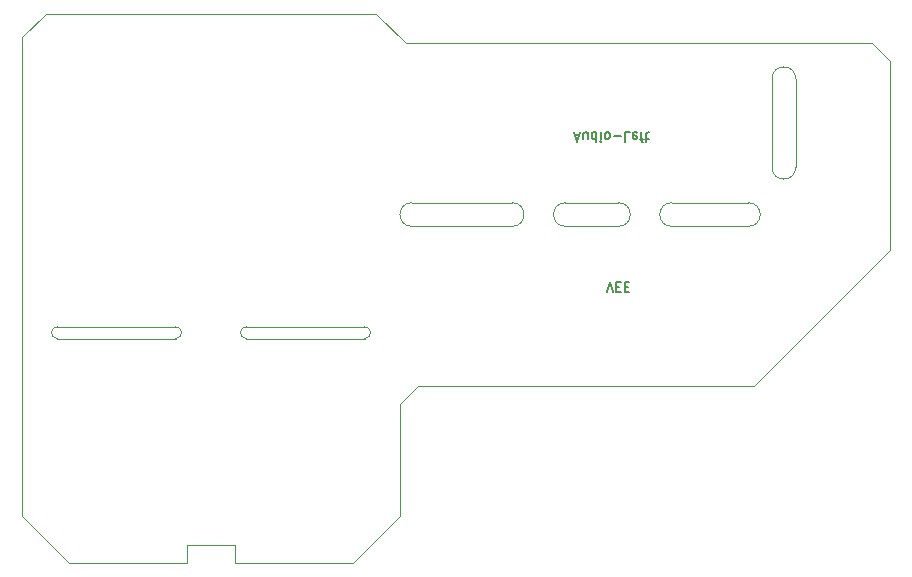
<source format=gbr>
%TF.GenerationSoftware,KiCad,Pcbnew,(5.1.9)-1*%
%TF.CreationDate,2021-03-12T00:34:36-05:00*%
%TF.ProjectId,SummingBoard,53756d6d-696e-4674-926f-6172642e6b69,rev?*%
%TF.SameCoordinates,Original*%
%TF.FileFunction,Legend,Bot*%
%TF.FilePolarity,Positive*%
%FSLAX46Y46*%
G04 Gerber Fmt 4.6, Leading zero omitted, Abs format (unit mm)*
G04 Created by KiCad (PCBNEW (5.1.9)-1) date 2021-03-12 00:34:36*
%MOMM*%
%LPD*%
G01*
G04 APERTURE LIST*
%ADD10C,0.150000*%
%TA.AperFunction,Profile*%
%ADD11C,0.050000*%
%TD*%
G04 APERTURE END LIST*
D10*
X114009523Y-78038095D02*
X114276190Y-77238095D01*
X114542857Y-78038095D01*
X114809523Y-77657142D02*
X115076190Y-77657142D01*
X115190476Y-77238095D02*
X114809523Y-77238095D01*
X114809523Y-78038095D01*
X115190476Y-78038095D01*
X115533333Y-77657142D02*
X115800000Y-77657142D01*
X115914285Y-77238095D02*
X115533333Y-77238095D01*
X115533333Y-78038095D01*
X115914285Y-78038095D01*
X111314285Y-64766666D02*
X111695238Y-64766666D01*
X111238095Y-64538095D02*
X111504761Y-65338095D01*
X111771428Y-64538095D01*
X112380952Y-65071428D02*
X112380952Y-64538095D01*
X112038095Y-65071428D02*
X112038095Y-64652380D01*
X112076190Y-64576190D01*
X112152380Y-64538095D01*
X112266666Y-64538095D01*
X112342857Y-64576190D01*
X112380952Y-64614285D01*
X113104761Y-64538095D02*
X113104761Y-65338095D01*
X113104761Y-64576190D02*
X113028571Y-64538095D01*
X112876190Y-64538095D01*
X112800000Y-64576190D01*
X112761904Y-64614285D01*
X112723809Y-64690476D01*
X112723809Y-64919047D01*
X112761904Y-64995238D01*
X112800000Y-65033333D01*
X112876190Y-65071428D01*
X113028571Y-65071428D01*
X113104761Y-65033333D01*
X113485714Y-64538095D02*
X113485714Y-65071428D01*
X113485714Y-65338095D02*
X113447619Y-65300000D01*
X113485714Y-65261904D01*
X113523809Y-65300000D01*
X113485714Y-65338095D01*
X113485714Y-65261904D01*
X113980952Y-64538095D02*
X113904761Y-64576190D01*
X113866666Y-64614285D01*
X113828571Y-64690476D01*
X113828571Y-64919047D01*
X113866666Y-64995238D01*
X113904761Y-65033333D01*
X113980952Y-65071428D01*
X114095238Y-65071428D01*
X114171428Y-65033333D01*
X114209523Y-64995238D01*
X114247619Y-64919047D01*
X114247619Y-64690476D01*
X114209523Y-64614285D01*
X114171428Y-64576190D01*
X114095238Y-64538095D01*
X113980952Y-64538095D01*
X114590476Y-64842857D02*
X115200000Y-64842857D01*
X115961904Y-64538095D02*
X115580952Y-64538095D01*
X115580952Y-65338095D01*
X116533333Y-64576190D02*
X116457142Y-64538095D01*
X116304761Y-64538095D01*
X116228571Y-64576190D01*
X116190476Y-64652380D01*
X116190476Y-64957142D01*
X116228571Y-65033333D01*
X116304761Y-65071428D01*
X116457142Y-65071428D01*
X116533333Y-65033333D01*
X116571428Y-64957142D01*
X116571428Y-64880952D01*
X116190476Y-64804761D01*
X116800000Y-65071428D02*
X117104761Y-65071428D01*
X116914285Y-64538095D02*
X116914285Y-65223809D01*
X116952380Y-65300000D01*
X117028571Y-65338095D01*
X117104761Y-65338095D01*
X117257142Y-65071428D02*
X117561904Y-65071428D01*
X117371428Y-65338095D02*
X117371428Y-64652380D01*
X117409523Y-64576190D01*
X117485714Y-64538095D01*
X117561904Y-64538095D01*
D11*
X97000000Y-57000000D02*
X136500000Y-57000000D01*
X94500000Y-54500000D02*
X97000000Y-57000000D01*
X66500000Y-54500000D02*
X94500000Y-54500000D01*
X138000000Y-58500000D02*
X136500000Y-57000000D01*
X138000000Y-74500000D02*
X138000000Y-58500000D01*
X126500000Y-86000000D02*
X138000000Y-74500000D01*
X98000000Y-86000000D02*
X126500000Y-86000000D01*
X96500000Y-87500000D02*
X98000000Y-86000000D01*
X96500000Y-97000000D02*
X96500000Y-87500000D01*
X92500000Y-101000000D02*
X96500000Y-97000000D01*
X86500000Y-101000000D02*
X92500000Y-101000000D01*
X82500000Y-101000000D02*
X86500000Y-101000000D01*
X82500000Y-99500000D02*
X82500000Y-101000000D01*
X78500000Y-99500000D02*
X82500000Y-99500000D01*
X78500000Y-101000000D02*
X78500000Y-99500000D01*
X68500000Y-101000000D02*
X78500000Y-101000000D01*
X64500000Y-97000000D02*
X68500000Y-101000000D01*
X64500000Y-56500000D02*
X64500000Y-97000000D01*
X64500000Y-56500000D02*
X66500000Y-54500000D01*
X110500000Y-72500000D02*
X115000000Y-72500000D01*
X115000000Y-70500000D02*
X110500000Y-70500000D01*
X115000000Y-70500000D02*
G75*
G02*
X115000000Y-72500000I0J-1000000D01*
G01*
X110500000Y-72500000D02*
G75*
G02*
X110500000Y-70500000I0J1000000D01*
G01*
X130000000Y-67500000D02*
X130000000Y-60000000D01*
X128000000Y-60000000D02*
X128000000Y-67500000D01*
X128000000Y-60000000D02*
G75*
G02*
X130000000Y-60000000I1000000J0D01*
G01*
X130000000Y-67500000D02*
G75*
G02*
X128000000Y-67500000I-1000000J0D01*
G01*
X119500000Y-72500000D02*
X126000000Y-72500000D01*
X119500000Y-70500000D02*
X126000000Y-70500000D01*
X106000000Y-72500000D02*
X97500000Y-72500000D01*
X97500000Y-70500000D02*
X106000000Y-70500000D01*
X97500000Y-72500000D02*
G75*
G02*
X97500000Y-70500000I0J1000000D01*
G01*
X106000000Y-70500000D02*
G75*
G02*
X106000000Y-72500000I0J-1000000D01*
G01*
X126000000Y-70500000D02*
G75*
G02*
X126000000Y-72500000I0J-1000000D01*
G01*
X119500000Y-72500000D02*
G75*
G02*
X119500000Y-70500000I0J1000000D01*
G01*
X67500000Y-82000000D02*
G75*
G02*
X67500000Y-81000000I0J500000D01*
G01*
X93500000Y-81000000D02*
G75*
G02*
X93500000Y-82000000I0J-500000D01*
G01*
X83500000Y-82000000D02*
G75*
G02*
X83500000Y-81000000I0J500000D01*
G01*
X77500000Y-81000000D02*
G75*
G02*
X77500000Y-82000000I0J-500000D01*
G01*
X67500000Y-81000000D02*
X77500000Y-81000000D01*
X77500000Y-82000000D02*
X67500000Y-82000000D01*
X93500000Y-82000000D02*
X83500000Y-82000000D01*
X83500000Y-81000000D02*
X93500000Y-81000000D01*
M02*

</source>
